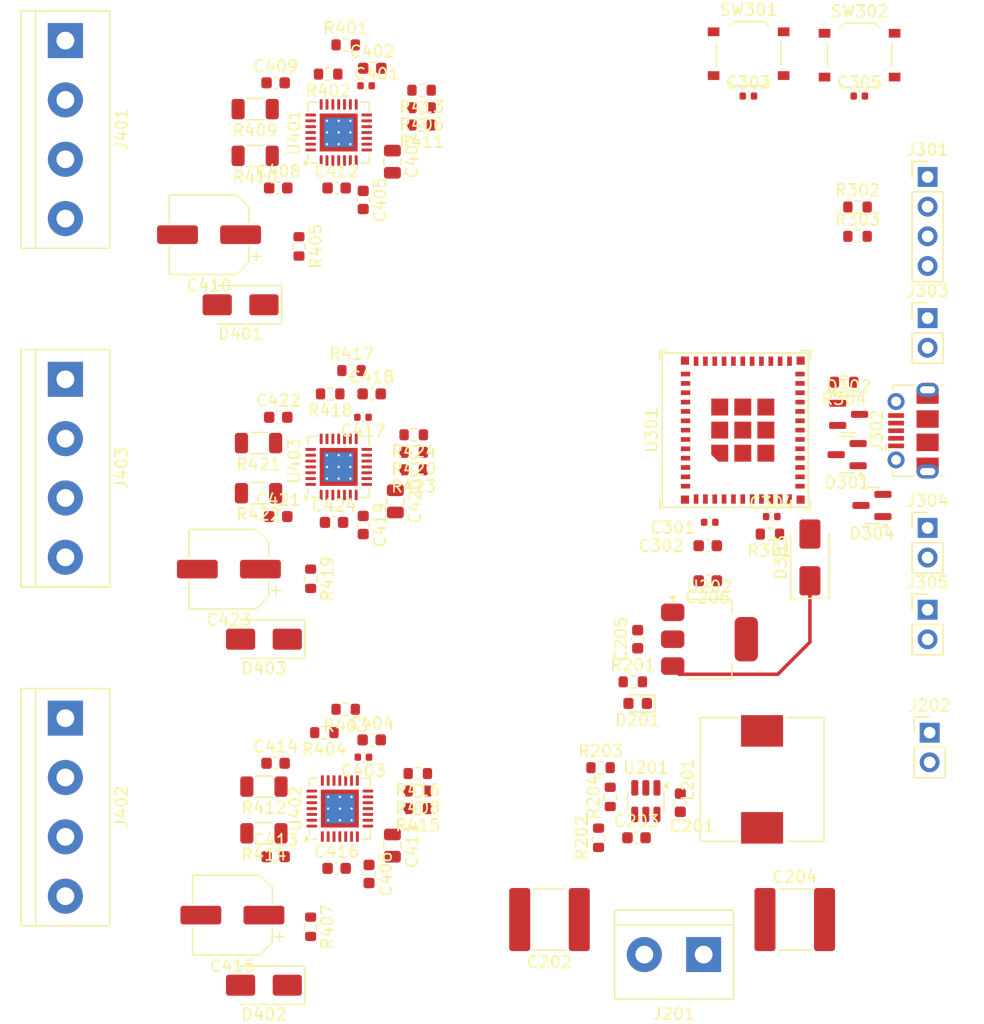
<source format=kicad_pcb>
(kicad_pcb (version 20241229) (generator "pcbnew") (generator_version "9.0")
  (layers (0 "F.Cu" signal) (2 "B.Cu" signal) (13 "F.Paste" user) (15 "B.Paste" user) (5 "F.SilkS" user "F.Silkscreen") (7 "B.SilkS" user "B.Silkscreen") (1 "F.Mask" user) (3 "B.Mask" user) (25 "Edge.Cuts" user))
  (net 0 "")
  (net 1 "+24V")
  (net 2 "GND")
  (net 3 "/Power Supply/BUCK_SW")
  (net 4 "+5V")
  (net 5 "/Power Supply/BUCK_EN")
  (net 6 "/Power Supply/BUCK_FB")
  (net 7 "/Microcontroller/EN")
  (net 8 "/Microcontroller/BOOT")
  (net 9 "/Stepper Drivers/A_VCP")
  (net 10 "/Stepper Drivers/H_VCP")
  (net 11 "/Stepper Drivers/A_VREG")
  (net 12 "/Stepper Drivers/H_VREG")
  (net 13 "/Stepper Drivers/A_CP1")
  (net 14 "/Stepper Drivers/A_CP2")
  (net 15 "/Stepper Drivers/H_CP2")
  (net 16 "/Stepper Drivers/H_CP1")
  (net 17 "/Stepper Drivers/V_VCP")
  (net 18 "/Stepper Drivers/V_VREG")
  (net 19 "/Stepper Drivers/V_CP1")
  (net 20 "/Stepper Drivers/V_CP2")
  (net 21 "/Power Supply/BUCK_BST")
  (net 22 "/Stepper Drivers/A_FLYBACK")
  (net 23 "/Stepper Drivers/H_FLYBACK")
  (net 24 "Net-(D201-A)")
  (net 25 "/Microcontroller/USB_D-")
  (net 26 "/Microcontroller/USB_D+")
  (net 27 "/Microcontroller/+VBUS")
  (net 29 "/Microcontroller/RXD")
  (net 30 "/Microcontroller/TXD")
  (net 40 "/Microcontroller/AGITATION_SWITCH")
  (net 41 "/Microcontroller/VERTICAL_SWITCH")
  (net 42 "/Microcontroller/HORIZONTAL_SWITCH")
  (net 43 "/Stepper Drivers/AGITATE_2A")
  (net 44 "/Stepper Drivers/AGITATE_2B")
  (net 45 "/Stepper Drivers/AGITATE_1B")
  (net 46 "/Stepper Drivers/AGITATE_1A")
  (net 47 "/Stepper Drivers/HORIZONTAL_1A")
  (net 48 "/Stepper Drivers/HORIZONTAL_2A")
  (net 49 "/Stepper Drivers/HORIZONTAL_1B")
  (net 50 "/Stepper Drivers/HORIZONTAL_2B")
  (net 51 "/Stepper Drivers/VERTICAL_1A")
  (net 52 "/Stepper Drivers/VERTICAL_2B")
  (net 53 "/Stepper Drivers/VERTICAL_2A")
  (net 54 "/Stepper Drivers/VERTICAL_1B")
  (net 55 "/Microcontroller/TXD0")
  (net 56 "/Microcontroller/RXD0")
  (net 57 "/Microcontroller/IO8")
  (net 58 "/Stepper Drivers/A_VREF")
  (net 59 "/Stepper Drivers/H_VREF")
  (net 60 "/Stepper Drivers/A_ROSC")
  (net 61 "/Stepper Drivers/H_ROSC")
  (net 62 "/Stepper Drivers/A_SENSE1")
  (net 63 "/Stepper Drivers/A_SENSE2")
  (net 64 "/Stepper Drivers/A_RESET")
  (net 65 "/Stepper Drivers/H_SENSE1")
  (net 66 "/Stepper Drivers/A_SLEEP")
  (net 67 "/Stepper Drivers/H_SENSE2")
  (net 68 "/Stepper Drivers/H_RESET")
  (net 69 "/Stepper Drivers/H_SLEEP")
  (net 70 "/Stepper Drivers/V_VREF")
  (net 71 "/Stepper Drivers/V_ROSC")
  (net 72 "/Stepper Drivers/V_SENSE1")
  (net 73 "/Stepper Drivers/V_SENSE2")
  (net 74 "/Stepper Drivers/V_RESET")
  (net 75 "/Stepper Drivers/V_SLEEP")
  (net 84 "AGITATION_STEP")
  (net 85 "HORIZONTAL_DIR")
  (net 86 "VERTICAL_STEP")
  (net 87 "HORIZONTAL_STEP")
  (net 92 "VERTICAL_DIR")
  (net 94 "AGITATION_DIR")
  (net 110 "+3.3V")
  (net 111 "/Stepper Drivers/V_FLYBACK")
  (footprint "Button_Switch_SMD:SW_Push_1P1T_XKB_TS-1187A" (layer "F.Cu") (at 182.5 73.875)
    (property "Reference" "SW301")
    (property "Value" "SW_Push")
  )
  (footprint "Package_TO_SOT_SMD:SOT-23" (layer "F.Cu") (at 193.0625 112.55 180)
    (property "Reference" "D304")
    (property "Value" "PSM712-LF-T7")
  )
  (footprint "Capacitor_SMD:C_0603_1608Metric" (layer "F.Cu") (at 147 114)
    (property "Reference" "C424")
    (property "Value" "100n")
  )
  (footprint "Capacitor_SMD:C_0603_1608Metric" (layer "F.Cu") (at 179 119 180)
    (property "Reference" "C206")
    (property "Value" "22u")
  )
  (footprint "Capacitor_SMD:CP_Elec_6.3x7.7" (layer "F.Cu") (at 136.3 89.37 180)
    (property "Reference" "C410")
    (property "Value" "100u")
  )
  (footprint "Capacitor_SMD:C_0402_1005Metric" (layer "F.Cu") (at 149.52 134.1 180)
    (property "Reference" "C403")
    (property "Value" "100n")
  )
  (footprint "TerminalBlock:TerminalBlock_bornier-4_P5.08mm" (layer "F.Cu") (at 124 72.75 -90)
    (property "Reference" "J401")
    (property "Value" "Conn_01x04")
  )
  (footprint "Diode_SMD:D_SMA" (layer "F.Cu") (at 187.75 117 90)
    (property "Reference" "D303")
    (property "Value" "SS14")
  )
  (footprint "Capacitor_SMD:C_0603_1608Metric" (layer "F.Cu") (at 173 124 90)
    (property "Reference" "C205")
    (property "Value" "22u")
  )
  (footprint "Resistor_SMD:R_0603_1608Metric" (layer "F.Cu") (at 146.5 75.62 180)
    (property "Reference" "R402")
    (property "Value" "4k7")
  )
  (footprint "Resistor_SMD:R_0603_1608Metric" (layer "F.Cu") (at 145 148.62 -90)
    (property "Reference" "R407")
    (property "Value" "10R")
  )
  (footprint "Capacitor_SMD:C_0603_1608Metric" (layer "F.Cu") (at 147.225 85.37)
    (property "Reference" "C412")
    (property "Value" "100n")
  )
  (footprint "Capacitor_SMD:CP_Elec_6.3x7.7" (layer "F.Cu") (at 138.3 147.62 180)
    (property "Reference" "C415")
    (property "Value" "100u")
  )
  (footprint "Resistor_SMD:R_0603_1608Metric" (layer "F.Cu") (at 146.175 132 180)
    (property "Reference" "R404")
    (property "Value" "4k7")
  )
  (footprint "Connector_PinHeader_2.54mm:PinHeader_1x04_P2.54mm_Vertical" (layer "F.Cu") (at 197.825 84.43)
    (property "Reference" "J301")
    (property "Value" "Conn_01x04")
  )
  (footprint "Capacitor_SMD:C_0402_1005Metric" (layer "F.Cu") (at 149.48 105 180)
    (property "Reference" "C417")
    (property "Value" "100n")
  )
  (footprint "Package_TO_SOT_SMD:SOT-23" (layer "F.Cu") (at 190.9375 108.2 180)
    (property "Reference" "D301")
    (property "Value" "PSM712-LF-T7")
  )
  (footprint "Resistor_SMD:R_0603_1608Metric" (layer "F.Cu") (at 154.5 79.98 180)
    (property "Reference" "R411")
    (property "Value" "10k")
  )
  (footprint "TerminalBlock:TerminalBlock_bornier-4_P5.08mm" (layer "F.Cu") (at 124 101.75 -90)
    (property "Reference" "J403")
    (property "Value" "Conn_01x04")
  )
  (footprint "Connector_PinHeader_2.54mm:PinHeader_1x02_P2.54mm_Vertical" (layer "F.Cu") (at 197.825 114.47)
    (property "Reference" "J304")
    (property "Value" "Conn_01x02")
  )
  (footprint "Capacitor_SMD:C_0402_1005Metric" (layer "F.Cu") (at 149.75 76.62 180)
    (property "Reference" "C401")
    (property "Value" "100n")
  )
  (footprint "Resistor_SMD:R_0603_1608Metric" (layer "F.Cu") (at 169.825 135)
    (property "Reference" "R203")
    (property "Value" "68k")
  )
  (footprint "Resistor_SMD:R_0603_1608Metric" (layer "F.Cu") (at 172.585 127.65)
    (property "Reference" "R201")
    (property "Value" "5k1")
  )
  (footprint "Resistor_SMD:R_0603_1608Metric" (layer "F.Cu") (at 146.675 103 180)
    (property "Reference" "R418")
    (property "Value" "4k7")
  )
  (footprint "Capacitor_SMD:C_2220_5750Metric" (layer "F.Cu") (at 186.45 148)
    (property "Reference" "C204")
    (property "Value" "22u")
  )
  (footprint "LED_SMD:LED_0603_1608Metric" (layer "F.Cu") (at 173 129.5 180)
    (property "Reference" "D201")
    (property "Value" "RED")
  )
  (footprint "Resistor_SMD:R_0603_1608Metric" (layer "F.Cu") (at 148 130 180)
    (property "Reference" "R403")
    (property "Value" "18k")
  )
  (footprint "Resistor_SMD:R_0603_1608Metric" (layer "F.Cu") (at 191.825 87)
    (property "Reference" "R302")
    (property "Value" "0R")
  )
  (footprint "Resistor_SMD:R_1206_3216Metric" (layer "F.Cu") (at 140.5375 111.5 180)
    (property "Reference" "R422")
    (property "Value" "75m")
  )
  (footprint "Connector_PinHeader_2.54mm:PinHeader_1x02_P2.54mm_Vertical" (layer "F.Cu") (at 197.825 121.47)
    (property "Reference" "J305")
    (property "Value" "Conn_01x02")
  )
  (footprint "Capacitor_SMD:C_0805_2012Metric" (layer "F.Cu") (at 152 141.67 -90)
    (property "Reference" "C411")
    (property "Value" "220n")
  )
  (footprint "Capacitor_SMD:C_0402_1005Metric" (layer "F.Cu") (at 184.48 113.5)
    (property "Reference" "C304")
    (property "Value" "1u")
  )
  (footprint "Connector_PinHeader_2.54mm:PinHeader_1x02_P2.54mm_Vertical" (layer "F.Cu") (at 197.825 96.51)
    (property "Reference" "J303")
    (property "Value" "Conn_01x02")
  )
  (footprint "Resistor_SMD:R_1206_3216Metric" (layer "F.Cu") (at 140.5375 107.21 180)
    (property "Reference" "R421")
    (property "Value" "75m")
  )
  (footprint "Capacitor_SMD:C_0402_1005Metric" (layer "F.Cu") (at 179.175 113.99)
    (property "Reference" "C301")
    (property "Value" "100n")
  )
  (footprint "Capacitor_SMD:C_2220_5750Metric" (layer "F.Cu") (at 165.45 148 180)
    (property "Reference" "C202")
    (property "Value" "22u")
  )
  (footprint "Diode_SMD:D_SMA" (layer "F.Cu") (at 141 124 180)
    (property "Reference" "D403")
    (property "Value" "SMAJ22A")
  )
  (footprint "Capacitor_SMD:C_0603_1608Metric" (layer "F.Cu") (at 142.225 113.5)
    (property "Reference" "C421")
    (property "Value" "100n")
  )
  (footprint "Capacitor_SMD:C_0805_2012Metric" (layer "F.Cu") (at 152 83.12 -90)
    (property "Reference" "C407")
    (property "Value" "220n")
  )
  (footprint "Resistor_SMD:R_1206_3216Metric" (layer "F.Cu") (at 140.25 78.62 180)
    (property "Reference" "R409")
    (property "Value" "75m")
  )
  (footprint "Resistor_SMD:R_0603_1608Metric" (layer "F.Cu") (at 169.65 141 90)
    (property "Reference" "R202")
    (property "Value" "100k")
  )
  (footprint "Resistor_SMD:R_0603_1608Metric" (layer "F.Cu") (at 148 73.12)
    (property "Reference" "R401")
    (property "Value" "10k")
  )
  (footprint "Package_DFN_QFN:QFN-28-1EP_5x5mm_P0.5mm_EP3.25x3.25mm_ThermalVias" (layer "F.Cu") (at 147.4 80.62 90)
    (property "Reference" "U401")
    (property "Value" "A4988")
  )
  (footprint "Resistor_SMD:R_0603_1608Metric" (layer "F.Cu") (at 191.825 89.51)
    (property "Reference" "R303")
    (property "Value" "0R")
  )
  (footprint "Capacitor_SMD:C_0603_1608Metric" (layer "F.Cu") (at 150 144.1 -90)
    (property "Reference" "C406")
    (property "Value" "100n")
  )
  (footprint "Inductor_SMD:L_10.4x10.4_H4.8" (layer "F.Cu") (at 183.65 136 90)
    (property "Reference" "L201")
    (property "Value" "22u")
  )
  (footprint "Connector_USB:USB_Micro-B_Molex-105017-0001" (layer "F.Cu") (at 196.5875 106.15 90)
    (property "Reference" "J302")
    (property "Value" "USB_B_Micro")
  )
  (footprint "Capacitor_SMD:C_0603_1608Metric" (layer "F.Cu") (at 149.5 114.225 -90)
    (property "Reference" "C419")
    (property "Value" "100n")
  )
  (footprint "Diode_SMD:D_SMA" (layer "F.Cu") (at 141 153.62 180)
    (property "Reference" "D402")
    (property "Value" "SMAJ22A")
  )
  (footprint "Capacitor_SMD:C_0603_1608Metric" (layer "F.Cu") (at 142 76.37)
    (property "Reference" "C409")
    (property "Value" "100n")
  )
  (footprint "Resistor_SMD:R_0603_1608Metric" (layer "F.Cu") (at 153.825 106.5 180)
    (property "Reference" "R424")
    (property "Value" "100k")
  )
  (footprint "Capacitor_SMD:C_0603_1608Metric" (layer "F.Cu") (at 142.225 105)
    (property "Reference" "C422")
    (property "Value" "100n")
  )
  (footprint "Resistor_SMD:R_0603_1608Metric" (layer "F.Cu") (at 153.825 109.5 180)
    (property "Reference" "R423")
    (property "Value" "10k")
  )
  (footprint "Package_TO_SOT_SMD:SOT-223-3_TabPin2" (layer "F.Cu") (at 179.15 124)
    (property "Reference" "U202")
    (property "Value" "AMS1117")
  )
  (footprint "Package_TO_SOT_SMD:SOT-23-6" (layer "F.Cu") (at 173.7 137.8625 -90)
    (property "Reference" "U201")
    (property "Value" "TP6841S6")
  )
  (footprint "Capacitor_SMD:C_0402_1005Metric" (layer "F.Cu") (at 191.98 77.5)
    (property "Reference" "C305")
    (property "Value" "100n")
  )
  (footprint "Resistor_SMD:R_0603_1608Metric" (layer "F.Cu") (at 148.5 101)
    (property "Reference" "R417")
    (property "Value" "12k")
  )
  (footprint "Package_DFN_QFN:QFN-28-1EP_5x5mm_P0.5mm_EP3.25x3.25mm_ThermalVias" (layer "F.Cu") (at 147.4 109.25 90)
    (property "Reference" "U403")
    (property "Value" "A4988")
  )
  (footprint "TerminalBlock:TerminalBlock_bornier-4_P5.08mm" (layer "F.Cu") (at 124 130.76 -90)
    (property "Reference" "J402")
    (property "Value" "Conn_01x04")
  )
  (footprint "Package_DFN_QFN:QFN-28-1EP_5x5mm_P0.5mm_EP3.25x3.25mm_ThermalVias" (layer "F.Cu") (at 147.5 138.5 90)
    (property "Reference" "U402")
    (property "Value" "A4988")
  )
  (footprint "Capacitor_SMD:C_0603_1608Metric" (layer "F.Cu") (at 142.225 85.37)
    (property "Reference" "C408")
    (property "Value" "100n")
  )
  (footprint "Package_TO_SOT_SMD:SOT-23" (layer "F.Cu") (at 191.0625 104.75)
    (property "Reference" "D302")
    (property "Value" "PSM712-LF-T7")
  )
  (footprint "Capacitor_SMD:C_0603_1608Metric" (layer "F.Cu") (at 147.225 143.62)
    (property "Reference" "C416")
    (property "Value" "100n")
  )
  (footprint "Resistor_SMD:R_1206_3216Metric" (layer "F.Cu") (at 141 136.62 180)
    (property "Reference" "R412")
    (property "Value" "75m")
  )
  (footprint "Resistor_SMD:R_0603_1608Metric" (layer "F.Cu") (at 190.675 102 180)
    (property "Reference" "R304")
    (property "Value" "10k")
  )
  (footprint "Capacitor_SMD:C_0603_1608Metric" (layer "F.Cu") (at 176.65 138 90)
    (property "Reference" "C201")
    (property "Value" "100n")
  )
  (footprint "Espressif:ESP32-C6-MINI-1U" (layer "F.Cu") (at 179.3 106.1 90)
    (property "Reference" "U301")
    (property "Value" "ESP32-C6-MINI-1")
  )
  (footprint "Capacitor_SMD:C_0603_1608Metric" (layer "F.Cu") (at 179 116 180)
    (property "Reference" "C302")
    (property "Value" "22u")
  )
  (footprint "Capacitor_SMD:C_0402_1005Metric" (layer "F.Cu") (at 182.48 77.5)
    (property "Reference" "C303")
    (property "Value" "100n")
  )
  (footprint "Resistor_SMD:R_0603_1608Metric" (layer "F.Cu") (at 170.65 137.5 90)
    (property "Reference" "R204")
    (property "Value" "13k")
  )
  (footprint "Resistor_SMD:R_0603_1608Metric" (layer "F.Cu") (at 184.325 115 180)
    (property "Reference" "R301")
    (property "Value" "10k")
  )
  (footprint "Resistor_SMD:R_0603_1608Metric" (layer "F.Cu") (at 154.175 135.5 180)
    (property "Reference" "R416")
    (property "Value" "100k")
  )
  (footprint "Resistor_SMD:R_1206_3216Metric" (layer "F.Cu") (at 140.25 82.62 180)
    (property "Reference" "R410")
    (property "Value" "75m")
  )
  (footprint "TerminalBlock:TerminalBlock_bornier-2_P5.08mm" (layer "F.Cu") (at 178.65 151 180)
    (property "Reference" "J201")
    (property "Value" "Conn_01x02")
  )
  (footprint "Button_Switch_SMD:SW_Push_1P1T_XKB_TS-1187A" (layer "F.Cu") (at 192 74)
    (property "Reference" "SW302")
    (property "Value" "SW_Push")
  )
  (footprint "Capacitor_SMD:C_0603_1608Metric" (layer "F.Cu") (at 150.225 132.62)
    (property "Reference" "C404")
    (property "Value" "22u")
  )
  (footprint "Resistor_SMD:R_0603_1608Metric" (layer "F.Cu") (at 154.5 77 180)
    (property "Reference" "R413")
    (property "Value" "100k")
  )
  (footprint "Resistor_SMD:R_0603_1608Metric" (layer "F.Cu") (at 145 118.825 -90)
    (property "Reference" "R419")
    (property "Value" "10R")
  )
  (footprint "Capacitor_SMD:C_0603_1608Metric" (layer "F.Cu") (at 142 134.62)
    (property "Reference" "C414")
    (property "Value" "100n")
  )
  (footprint "Resistor_SMD:R_0603_1608Metric" (layer "F.Cu") (at 153.825 108 180)
    (property "Reference" "R420")
    (property "Value" "24k")
  )
  (footprint "Capacitor_SMD:C_0603_1608Metric" (layer "F.Cu") (at 172.9 141)
    (property "Reference" "C203")
    (property "Value" "100n")
  )
  (footprint "Capacitor_SMD:C_0603_1608Metric" (layer "F.Cu") (at 150.275 75.12)
    (property "Reference" "C402")
    (property "Value" "22u")
  )
  (footprint "Resistor_SMD:R_0603_1608Metric" (layer "F.Cu") (at 154.175 137 180)
    (property "Reference" "R408")
    (property "Value" "24k")
  )
  (footprint "Diode_SMD:D_SMA" (layer "F.Cu") (at 139 95.37 180)
    (property "Reference" "D401")
    (property "Value" "SMAJ22A")
  )
  (footprint "Resistor_SMD:R_1206_3216Metric" (layer "F.Cu") (at 141 140.62 180)
    (property "Reference" "R414")
    (property "Value" "75m")
  )
  (footprint "Resistor_SMD:R_0603_1608Metric" (layer "F.Cu") (at 154.175 138.5 180)
    (property "Reference" "R415")
    (property "Value" "10k")
  )
  (footprint "Connector_PinHeader_2.54mm:PinHeader_1x02_P2.54mm_Vertical" (layer "F.Cu") (at 198 132)
    (property "Reference" "J202")
    (property "Value" "Conn_01x02")
  )
  (footprint "Capacitor_SMD:C_0603_1608Metric" (layer "F.Cu") (at 149.5 86.395 -90)
    (property "Reference" "C405")
    (property "Value" "100n")
  )
  (footprint "Capacitor_SMD:C_0603_1608Metric" (layer "F.Cu") (at 150.225 103)
    (property "Reference" "C418")
    (property "Value" "22u")
  )
  (footprint "Capacitor_SMD:CP_Elec_6.3x7.7" (layer "F.Cu") (at 138 118 180)
    (property "Reference" "C423")
    (property "Value" "100u")
  )
  (footprint "Capacitor_SMD:C_0603_1608Metric" (layer "F.Cu") (at 142 142.62)
    (property "Reference" "C413")
    (property "Value" "100n")
  )
  (footprint "Resistor_SMD:R_0603_1608Metric" (layer "F.Cu") (at 144 90.37 -90)
    (property "Reference" "R405")
    (property "Value" "10R")
  )
  (footprint "Resistor_SMD:R_0603_1608Metric" (layer "F.Cu") (at 154.5 78.5 180)
    (property "Reference" "R406")
    (property "Value" "24k")
  )
  (footprint "Capacitor_SMD:C_0805_2012Metric" (layer "F.Cu") (at 152.25 112.2 -90)
    (property "Reference" "C420")
    (property "Value" "220n")
  )
  (segment (start 176.55 127) (end 175.85 126.3) (width 0.3) (layer "F.Cu") (net 4))
  (segment (start 187.75 124.25) (end 185 127) (width 0.3) (layer "F.Cu") (net 4))
  (segment (start 187.75 119) (end 187.75 124.25) (width 0.3) (layer "F.Cu") (net 4))
  (segment (start 185 127) (end 176.55 127) (width 0.3) (layer "F.Cu") (net 4))
)
</source>
